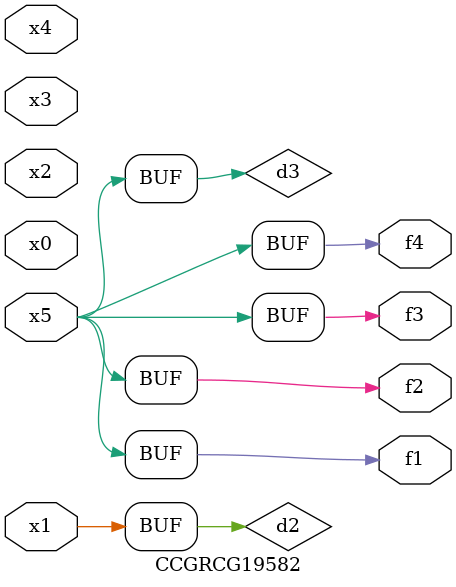
<source format=v>
module CCGRCG19582(
	input x0, x1, x2, x3, x4, x5,
	output f1, f2, f3, f4
);

	wire d1, d2, d3;

	not (d1, x5);
	or (d2, x1);
	xnor (d3, d1);
	assign f1 = d3;
	assign f2 = d3;
	assign f3 = d3;
	assign f4 = d3;
endmodule

</source>
